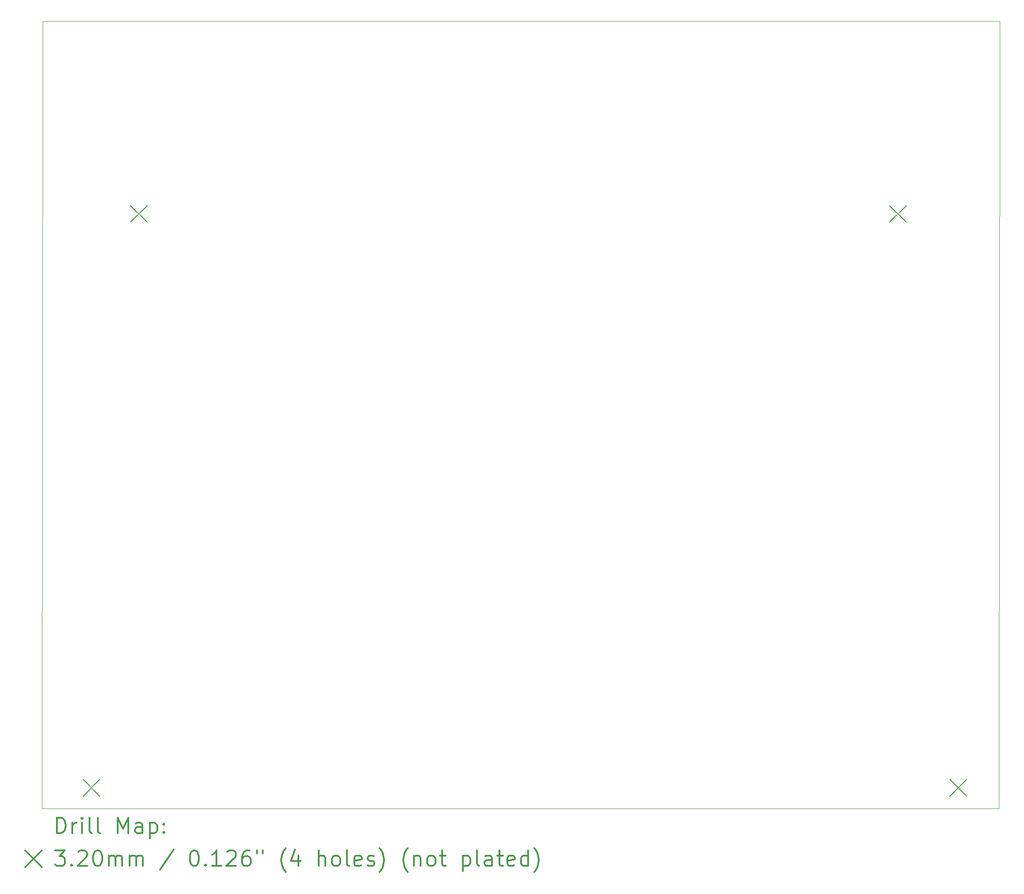
<source format=gbr>
%FSLAX45Y45*%
G04 Gerber Fmt 4.5, Leading zero omitted, Abs format (unit mm)*
G04 Created by KiCad (PCBNEW (5.1.8)-1) date 2022-01-18 19:39:04*
%MOMM*%
%LPD*%
G01*
G04 APERTURE LIST*
%TA.AperFunction,Profile*%
%ADD10C,0.100000*%
%TD*%
%ADD11C,0.200000*%
%ADD12C,0.300000*%
G04 APERTURE END LIST*
D10*
X2515000Y-1575000D02*
X20895000Y-1575000D01*
X2505000Y-16705000D02*
X2515000Y-1575000D01*
X20885000Y-16705000D02*
X2505000Y-16705000D01*
X20895000Y-1575000D02*
X20885000Y-16705000D01*
D11*
X18782000Y-5116000D02*
X19102000Y-5436000D01*
X19102000Y-5116000D02*
X18782000Y-5436000D01*
X4206000Y-5116000D02*
X4526000Y-5436000D01*
X4526000Y-5116000D02*
X4206000Y-5436000D01*
X3294000Y-16142000D02*
X3614000Y-16462000D01*
X3614000Y-16142000D02*
X3294000Y-16462000D01*
X19946000Y-16142000D02*
X20266000Y-16462000D01*
X20266000Y-16142000D02*
X19946000Y-16462000D01*
D12*
X2786428Y-17175714D02*
X2786428Y-16875714D01*
X2857857Y-16875714D01*
X2900714Y-16890000D01*
X2929286Y-16918572D01*
X2943571Y-16947143D01*
X2957857Y-17004286D01*
X2957857Y-17047143D01*
X2943571Y-17104286D01*
X2929286Y-17132857D01*
X2900714Y-17161429D01*
X2857857Y-17175714D01*
X2786428Y-17175714D01*
X3086428Y-17175714D02*
X3086428Y-16975714D01*
X3086428Y-17032857D02*
X3100714Y-17004286D01*
X3115000Y-16990000D01*
X3143571Y-16975714D01*
X3172143Y-16975714D01*
X3272143Y-17175714D02*
X3272143Y-16975714D01*
X3272143Y-16875714D02*
X3257857Y-16890000D01*
X3272143Y-16904286D01*
X3286428Y-16890000D01*
X3272143Y-16875714D01*
X3272143Y-16904286D01*
X3457857Y-17175714D02*
X3429286Y-17161429D01*
X3415000Y-17132857D01*
X3415000Y-16875714D01*
X3615000Y-17175714D02*
X3586428Y-17161429D01*
X3572143Y-17132857D01*
X3572143Y-16875714D01*
X3957857Y-17175714D02*
X3957857Y-16875714D01*
X4057857Y-17090000D01*
X4157857Y-16875714D01*
X4157857Y-17175714D01*
X4429286Y-17175714D02*
X4429286Y-17018572D01*
X4415000Y-16990000D01*
X4386428Y-16975714D01*
X4329286Y-16975714D01*
X4300714Y-16990000D01*
X4429286Y-17161429D02*
X4400714Y-17175714D01*
X4329286Y-17175714D01*
X4300714Y-17161429D01*
X4286428Y-17132857D01*
X4286428Y-17104286D01*
X4300714Y-17075714D01*
X4329286Y-17061429D01*
X4400714Y-17061429D01*
X4429286Y-17047143D01*
X4572143Y-16975714D02*
X4572143Y-17275714D01*
X4572143Y-16990000D02*
X4600714Y-16975714D01*
X4657857Y-16975714D01*
X4686428Y-16990000D01*
X4700714Y-17004286D01*
X4715000Y-17032857D01*
X4715000Y-17118572D01*
X4700714Y-17147143D01*
X4686428Y-17161429D01*
X4657857Y-17175714D01*
X4600714Y-17175714D01*
X4572143Y-17161429D01*
X4843571Y-17147143D02*
X4857857Y-17161429D01*
X4843571Y-17175714D01*
X4829286Y-17161429D01*
X4843571Y-17147143D01*
X4843571Y-17175714D01*
X4843571Y-16990000D02*
X4857857Y-17004286D01*
X4843571Y-17018572D01*
X4829286Y-17004286D01*
X4843571Y-16990000D01*
X4843571Y-17018572D01*
X2180000Y-17510000D02*
X2500000Y-17830000D01*
X2500000Y-17510000D02*
X2180000Y-17830000D01*
X2757857Y-17505714D02*
X2943571Y-17505714D01*
X2843571Y-17620000D01*
X2886428Y-17620000D01*
X2915000Y-17634286D01*
X2929286Y-17648572D01*
X2943571Y-17677143D01*
X2943571Y-17748572D01*
X2929286Y-17777143D01*
X2915000Y-17791429D01*
X2886428Y-17805714D01*
X2800714Y-17805714D01*
X2772143Y-17791429D01*
X2757857Y-17777143D01*
X3072143Y-17777143D02*
X3086428Y-17791429D01*
X3072143Y-17805714D01*
X3057857Y-17791429D01*
X3072143Y-17777143D01*
X3072143Y-17805714D01*
X3200714Y-17534286D02*
X3215000Y-17520000D01*
X3243571Y-17505714D01*
X3315000Y-17505714D01*
X3343571Y-17520000D01*
X3357857Y-17534286D01*
X3372143Y-17562857D01*
X3372143Y-17591429D01*
X3357857Y-17634286D01*
X3186428Y-17805714D01*
X3372143Y-17805714D01*
X3557857Y-17505714D02*
X3586428Y-17505714D01*
X3615000Y-17520000D01*
X3629286Y-17534286D01*
X3643571Y-17562857D01*
X3657857Y-17620000D01*
X3657857Y-17691429D01*
X3643571Y-17748572D01*
X3629286Y-17777143D01*
X3615000Y-17791429D01*
X3586428Y-17805714D01*
X3557857Y-17805714D01*
X3529286Y-17791429D01*
X3515000Y-17777143D01*
X3500714Y-17748572D01*
X3486428Y-17691429D01*
X3486428Y-17620000D01*
X3500714Y-17562857D01*
X3515000Y-17534286D01*
X3529286Y-17520000D01*
X3557857Y-17505714D01*
X3786428Y-17805714D02*
X3786428Y-17605714D01*
X3786428Y-17634286D02*
X3800714Y-17620000D01*
X3829286Y-17605714D01*
X3872143Y-17605714D01*
X3900714Y-17620000D01*
X3915000Y-17648572D01*
X3915000Y-17805714D01*
X3915000Y-17648572D02*
X3929286Y-17620000D01*
X3957857Y-17605714D01*
X4000714Y-17605714D01*
X4029286Y-17620000D01*
X4043571Y-17648572D01*
X4043571Y-17805714D01*
X4186428Y-17805714D02*
X4186428Y-17605714D01*
X4186428Y-17634286D02*
X4200714Y-17620000D01*
X4229286Y-17605714D01*
X4272143Y-17605714D01*
X4300714Y-17620000D01*
X4315000Y-17648572D01*
X4315000Y-17805714D01*
X4315000Y-17648572D02*
X4329286Y-17620000D01*
X4357857Y-17605714D01*
X4400714Y-17605714D01*
X4429286Y-17620000D01*
X4443571Y-17648572D01*
X4443571Y-17805714D01*
X5029286Y-17491429D02*
X4772143Y-17877143D01*
X5415000Y-17505714D02*
X5443571Y-17505714D01*
X5472143Y-17520000D01*
X5486428Y-17534286D01*
X5500714Y-17562857D01*
X5515000Y-17620000D01*
X5515000Y-17691429D01*
X5500714Y-17748572D01*
X5486428Y-17777143D01*
X5472143Y-17791429D01*
X5443571Y-17805714D01*
X5415000Y-17805714D01*
X5386428Y-17791429D01*
X5372143Y-17777143D01*
X5357857Y-17748572D01*
X5343571Y-17691429D01*
X5343571Y-17620000D01*
X5357857Y-17562857D01*
X5372143Y-17534286D01*
X5386428Y-17520000D01*
X5415000Y-17505714D01*
X5643571Y-17777143D02*
X5657857Y-17791429D01*
X5643571Y-17805714D01*
X5629286Y-17791429D01*
X5643571Y-17777143D01*
X5643571Y-17805714D01*
X5943571Y-17805714D02*
X5772143Y-17805714D01*
X5857857Y-17805714D02*
X5857857Y-17505714D01*
X5829286Y-17548572D01*
X5800714Y-17577143D01*
X5772143Y-17591429D01*
X6057857Y-17534286D02*
X6072143Y-17520000D01*
X6100714Y-17505714D01*
X6172143Y-17505714D01*
X6200714Y-17520000D01*
X6215000Y-17534286D01*
X6229286Y-17562857D01*
X6229286Y-17591429D01*
X6215000Y-17634286D01*
X6043571Y-17805714D01*
X6229286Y-17805714D01*
X6486428Y-17505714D02*
X6429286Y-17505714D01*
X6400714Y-17520000D01*
X6386428Y-17534286D01*
X6357857Y-17577143D01*
X6343571Y-17634286D01*
X6343571Y-17748572D01*
X6357857Y-17777143D01*
X6372143Y-17791429D01*
X6400714Y-17805714D01*
X6457857Y-17805714D01*
X6486428Y-17791429D01*
X6500714Y-17777143D01*
X6515000Y-17748572D01*
X6515000Y-17677143D01*
X6500714Y-17648572D01*
X6486428Y-17634286D01*
X6457857Y-17620000D01*
X6400714Y-17620000D01*
X6372143Y-17634286D01*
X6357857Y-17648572D01*
X6343571Y-17677143D01*
X6629286Y-17505714D02*
X6629286Y-17562857D01*
X6743571Y-17505714D02*
X6743571Y-17562857D01*
X7186428Y-17920000D02*
X7172143Y-17905714D01*
X7143571Y-17862857D01*
X7129286Y-17834286D01*
X7115000Y-17791429D01*
X7100714Y-17720000D01*
X7100714Y-17662857D01*
X7115000Y-17591429D01*
X7129286Y-17548572D01*
X7143571Y-17520000D01*
X7172143Y-17477143D01*
X7186428Y-17462857D01*
X7429286Y-17605714D02*
X7429286Y-17805714D01*
X7357857Y-17491429D02*
X7286428Y-17705714D01*
X7472143Y-17705714D01*
X7815000Y-17805714D02*
X7815000Y-17505714D01*
X7943571Y-17805714D02*
X7943571Y-17648572D01*
X7929286Y-17620000D01*
X7900714Y-17605714D01*
X7857857Y-17605714D01*
X7829286Y-17620000D01*
X7815000Y-17634286D01*
X8129286Y-17805714D02*
X8100714Y-17791429D01*
X8086428Y-17777143D01*
X8072143Y-17748572D01*
X8072143Y-17662857D01*
X8086428Y-17634286D01*
X8100714Y-17620000D01*
X8129286Y-17605714D01*
X8172143Y-17605714D01*
X8200714Y-17620000D01*
X8215000Y-17634286D01*
X8229286Y-17662857D01*
X8229286Y-17748572D01*
X8215000Y-17777143D01*
X8200714Y-17791429D01*
X8172143Y-17805714D01*
X8129286Y-17805714D01*
X8400714Y-17805714D02*
X8372143Y-17791429D01*
X8357857Y-17762857D01*
X8357857Y-17505714D01*
X8629286Y-17791429D02*
X8600714Y-17805714D01*
X8543571Y-17805714D01*
X8515000Y-17791429D01*
X8500714Y-17762857D01*
X8500714Y-17648572D01*
X8515000Y-17620000D01*
X8543571Y-17605714D01*
X8600714Y-17605714D01*
X8629286Y-17620000D01*
X8643571Y-17648572D01*
X8643571Y-17677143D01*
X8500714Y-17705714D01*
X8757857Y-17791429D02*
X8786428Y-17805714D01*
X8843571Y-17805714D01*
X8872143Y-17791429D01*
X8886428Y-17762857D01*
X8886428Y-17748572D01*
X8872143Y-17720000D01*
X8843571Y-17705714D01*
X8800714Y-17705714D01*
X8772143Y-17691429D01*
X8757857Y-17662857D01*
X8757857Y-17648572D01*
X8772143Y-17620000D01*
X8800714Y-17605714D01*
X8843571Y-17605714D01*
X8872143Y-17620000D01*
X8986428Y-17920000D02*
X9000714Y-17905714D01*
X9029286Y-17862857D01*
X9043571Y-17834286D01*
X9057857Y-17791429D01*
X9072143Y-17720000D01*
X9072143Y-17662857D01*
X9057857Y-17591429D01*
X9043571Y-17548572D01*
X9029286Y-17520000D01*
X9000714Y-17477143D01*
X8986428Y-17462857D01*
X9529286Y-17920000D02*
X9515000Y-17905714D01*
X9486428Y-17862857D01*
X9472143Y-17834286D01*
X9457857Y-17791429D01*
X9443571Y-17720000D01*
X9443571Y-17662857D01*
X9457857Y-17591429D01*
X9472143Y-17548572D01*
X9486428Y-17520000D01*
X9515000Y-17477143D01*
X9529286Y-17462857D01*
X9643571Y-17605714D02*
X9643571Y-17805714D01*
X9643571Y-17634286D02*
X9657857Y-17620000D01*
X9686428Y-17605714D01*
X9729286Y-17605714D01*
X9757857Y-17620000D01*
X9772143Y-17648572D01*
X9772143Y-17805714D01*
X9957857Y-17805714D02*
X9929286Y-17791429D01*
X9915000Y-17777143D01*
X9900714Y-17748572D01*
X9900714Y-17662857D01*
X9915000Y-17634286D01*
X9929286Y-17620000D01*
X9957857Y-17605714D01*
X10000714Y-17605714D01*
X10029286Y-17620000D01*
X10043571Y-17634286D01*
X10057857Y-17662857D01*
X10057857Y-17748572D01*
X10043571Y-17777143D01*
X10029286Y-17791429D01*
X10000714Y-17805714D01*
X9957857Y-17805714D01*
X10143571Y-17605714D02*
X10257857Y-17605714D01*
X10186428Y-17505714D02*
X10186428Y-17762857D01*
X10200714Y-17791429D01*
X10229286Y-17805714D01*
X10257857Y-17805714D01*
X10586428Y-17605714D02*
X10586428Y-17905714D01*
X10586428Y-17620000D02*
X10615000Y-17605714D01*
X10672143Y-17605714D01*
X10700714Y-17620000D01*
X10715000Y-17634286D01*
X10729286Y-17662857D01*
X10729286Y-17748572D01*
X10715000Y-17777143D01*
X10700714Y-17791429D01*
X10672143Y-17805714D01*
X10615000Y-17805714D01*
X10586428Y-17791429D01*
X10900714Y-17805714D02*
X10872143Y-17791429D01*
X10857857Y-17762857D01*
X10857857Y-17505714D01*
X11143571Y-17805714D02*
X11143571Y-17648572D01*
X11129286Y-17620000D01*
X11100714Y-17605714D01*
X11043571Y-17605714D01*
X11015000Y-17620000D01*
X11143571Y-17791429D02*
X11115000Y-17805714D01*
X11043571Y-17805714D01*
X11015000Y-17791429D01*
X11000714Y-17762857D01*
X11000714Y-17734286D01*
X11015000Y-17705714D01*
X11043571Y-17691429D01*
X11115000Y-17691429D01*
X11143571Y-17677143D01*
X11243571Y-17605714D02*
X11357857Y-17605714D01*
X11286428Y-17505714D02*
X11286428Y-17762857D01*
X11300714Y-17791429D01*
X11329286Y-17805714D01*
X11357857Y-17805714D01*
X11572143Y-17791429D02*
X11543571Y-17805714D01*
X11486428Y-17805714D01*
X11457857Y-17791429D01*
X11443571Y-17762857D01*
X11443571Y-17648572D01*
X11457857Y-17620000D01*
X11486428Y-17605714D01*
X11543571Y-17605714D01*
X11572143Y-17620000D01*
X11586428Y-17648572D01*
X11586428Y-17677143D01*
X11443571Y-17705714D01*
X11843571Y-17805714D02*
X11843571Y-17505714D01*
X11843571Y-17791429D02*
X11815000Y-17805714D01*
X11757857Y-17805714D01*
X11729286Y-17791429D01*
X11715000Y-17777143D01*
X11700714Y-17748572D01*
X11700714Y-17662857D01*
X11715000Y-17634286D01*
X11729286Y-17620000D01*
X11757857Y-17605714D01*
X11815000Y-17605714D01*
X11843571Y-17620000D01*
X11957857Y-17920000D02*
X11972143Y-17905714D01*
X12000714Y-17862857D01*
X12015000Y-17834286D01*
X12029286Y-17791429D01*
X12043571Y-17720000D01*
X12043571Y-17662857D01*
X12029286Y-17591429D01*
X12015000Y-17548572D01*
X12000714Y-17520000D01*
X11972143Y-17477143D01*
X11957857Y-17462857D01*
M02*

</source>
